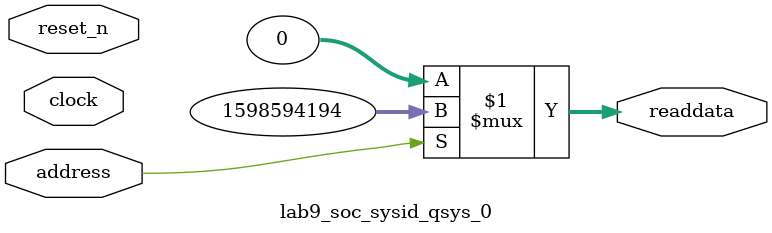
<source format=v>



// synthesis translate_off
`timescale 1ns / 1ps
// synthesis translate_on

// turn off superfluous verilog processor warnings 
// altera message_level Level1 
// altera message_off 10034 10035 10036 10037 10230 10240 10030 

module lab9_soc_sysid_qsys_0 (
               // inputs:
                address,
                clock,
                reset_n,

               // outputs:
                readdata
             )
;

  output  [ 31: 0] readdata;
  input            address;
  input            clock;
  input            reset_n;

  wire    [ 31: 0] readdata;
  //control_slave, which is an e_avalon_slave
  assign readdata = address ? 1598594194 : 0;

endmodule



</source>
